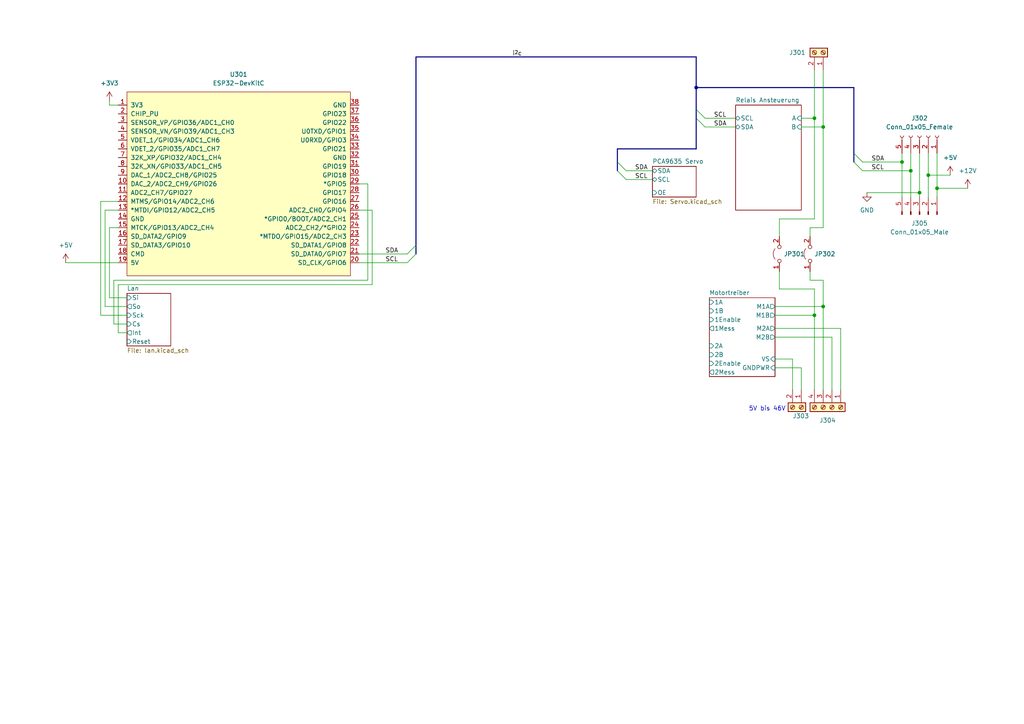
<source format=kicad_sch>
(kicad_sch (version 20211123) (generator eeschema)
  (paper "A4")
  (title_block (date "2022-03-14") (company "makerspace Bocholt"))
  (lib_symbols
    (symbol "Connector:Conn_01x05_Female" (pin_names (offset 1.016) hide)
      (property "Reference" "J" (at 0 7.62 0))
      (property "Value" "Conn_01x05_Female" (at 0 -7.62 0))
      (symbol "Conn_01x05_Female_1_1"
        (arc (start 0 -4.572) (mid -0.508 -5.08) (end 0 -5.588) (stroke (width 0.1524)))
        (arc (start 0 -2.032) (mid -0.508 -2.54) (end 0 -3.048) (stroke (width 0.1524)))
        (polyline (pts (xy -1.27 -5.08) (xy -0.508 -5.08)) (stroke (width 0.1524)))
        (polyline (pts (xy -1.27 -2.54) (xy -0.508 -2.54)) (stroke (width 0.1524)))
        (polyline (pts (xy -1.27 0) (xy -0.508 0)) (stroke (width 0.1524)))
        (polyline (pts (xy -1.27 2.54) (xy -0.508 2.54)) (stroke (width 0.1524)))
        (polyline (pts (xy -1.27 5.08) (xy -0.508 5.08)) (stroke (width 0.1524)))
        (arc (start 0 0.508) (mid -0.508 0) (end 0 -0.508) (stroke (width 0.1524)))
        (arc (start 0 3.048) (mid -0.508 2.54) (end 0 2.032) (stroke (width 0.1524)))
        (arc (start 0 5.588) (mid -0.508 5.08) (end 0 4.572) (stroke (width 0.1524)))
        (pin passive line (at -5.08 5.08 0) (length 3.81) (name "Pin_1") (number "1"))
        (pin passive line (at -5.08 2.54 0) (length 3.81) (name "Pin_2") (number "2"))
        (pin passive line (at -5.08 0 0) (length 3.81) (name "Pin_3") (number "3"))
        (pin passive line (at -5.08 -2.54 0) (length 3.81) (name "Pin_4") (number "4"))
        (pin passive line (at -5.08 -5.08 0) (length 3.81) (name "Pin_5") (number "5"))
      )
    )
    (symbol "Connector:Conn_01x05_Male" (pin_names (offset 1.016) hide)
      (property "Reference" "J" (at 0 7.62 0))
      (property "Value" "Conn_01x05_Male" (at 0 -7.62 0))
      (symbol "Conn_01x05_Male_1_1"
        (polyline (pts (xy 1.27 -5.08) (xy 0.8636 -5.08)) (stroke (width 0.1524)))
        (polyline (pts (xy 1.27 -2.54) (xy 0.8636 -2.54)) (stroke (width 0.1524)))
        (polyline (pts (xy 1.27 0) (xy 0.8636 0)) (stroke (width 0.1524)))
        (polyline (pts (xy 1.27 2.54) (xy 0.8636 2.54)) (stroke (width 0.1524)))
        (polyline (pts (xy 1.27 5.08) (xy 0.8636 5.08)) (stroke (width 0.1524)))
        (rectangle (start 0.8636 -4.953) (end 0 -5.207) (stroke (width 0.1524)) (fill (type outline)))
        (rectangle (start 0.8636 -2.413) (end 0 -2.667) (stroke (width 0.1524)) (fill (type outline)))
        (rectangle (start 0.8636 0.127) (end 0 -0.127) (stroke (width 0.1524)) (fill (type outline)))
        (rectangle (start 0.8636 2.667) (end 0 2.413) (stroke (width 0.1524)) (fill (type outline)))
        (rectangle (start 0.8636 5.207) (end 0 4.953) (stroke (width 0.1524)) (fill (type outline)))
        (pin passive line (at 5.08 5.08 180) (length 3.81) (name "Pin_1") (number "1"))
        (pin passive line (at 5.08 2.54 180) (length 3.81) (name "Pin_2") (number "2"))
        (pin passive line (at 5.08 0 180) (length 3.81) (name "Pin_3") (number "3"))
        (pin passive line (at 5.08 -2.54 180) (length 3.81) (name "Pin_4") (number "4"))
        (pin passive line (at 5.08 -5.08 180) (length 3.81) (name "Pin_5") (number "5"))
      )
    )
    (symbol "Connector:Screw_Terminal_01x02" (pin_names (offset 1.016) hide)
      (property "Reference" "J" (at 0 2.54 0))
      (property "Value" "Screw_Terminal_01x02" (at 0 -5.08 0))
      (symbol "Screw_Terminal_01x02_1_1"
        (rectangle (start -1.27 1.27) (end 1.27 -3.81) (stroke (width 0.254)) (fill (type background)))
        (circle (center 0 -2.54) (radius 0.635) (stroke (width 0.1524)))
        (polyline (pts (xy -0.5334 -2.2098) (xy 0.3302 -3.048)) (stroke (width 0.1524)))
        (polyline (pts (xy -0.5334 0.3302) (xy 0.3302 -0.508)) (stroke (width 0.1524)))
        (polyline (pts (xy -0.3556 -2.032) (xy 0.508 -2.8702)) (stroke (width 0.1524)))
        (polyline (pts (xy -0.3556 0.508) (xy 0.508 -0.3302)) (stroke (width 0.1524)))
        (circle (center 0 0) (radius 0.635) (stroke (width 0.1524)))
        (pin passive line (at -5.08 0 0) (length 3.81) (name "Pin_1") (number "1"))
        (pin passive line (at -5.08 -2.54 0) (length 3.81) (name "Pin_2") (number "2"))
      )
    )
    (symbol "Connector:Screw_Terminal_01x04" (pin_names (offset 1.016) hide)
      (property "Reference" "J" (at 0 5.08 0))
      (property "Value" "Screw_Terminal_01x04" (at 0 -7.62 0))
      (symbol "Screw_Terminal_01x04_1_1"
        (rectangle (start -1.27 3.81) (end 1.27 -6.35) (stroke (width 0.254)) (fill (type background)))
        (circle (center 0 -5.08) (radius 0.635) (stroke (width 0.1524)))
        (circle (center 0 -2.54) (radius 0.635) (stroke (width 0.1524)))
        (polyline (pts (xy -0.5334 -4.7498) (xy 0.3302 -5.588)) (stroke (width 0.1524)))
        (polyline (pts (xy -0.5334 -2.2098) (xy 0.3302 -3.048)) (stroke (width 0.1524)))
        (polyline (pts (xy -0.5334 0.3302) (xy 0.3302 -0.508)) (stroke (width 0.1524)))
        (polyline (pts (xy -0.5334 2.8702) (xy 0.3302 2.032)) (stroke (width 0.1524)))
        (polyline (pts (xy -0.3556 -4.572) (xy 0.508 -5.4102)) (stroke (width 0.1524)))
        (polyline (pts (xy -0.3556 -2.032) (xy 0.508 -2.8702)) (stroke (width 0.1524)))
        (polyline (pts (xy -0.3556 0.508) (xy 0.508 -0.3302)) (stroke (width 0.1524)))
        (polyline (pts (xy -0.3556 3.048) (xy 0.508 2.2098)) (stroke (width 0.1524)))
        (circle (center 0 0) (radius 0.635) (stroke (width 0.1524)))
        (circle (center 0 2.54) (radius 0.635) (stroke (width 0.1524)))
        (pin passive line (at -5.08 2.54 0) (length 3.81) (name "Pin_1") (number "1"))
        (pin passive line (at -5.08 0 0) (length 3.81) (name "Pin_2") (number "2"))
        (pin passive line (at -5.08 -2.54 0) (length 3.81) (name "Pin_3") (number "3"))
        (pin passive line (at -5.08 -5.08 0) (length 3.81) (name "Pin_4") (number "4"))
      )
    )
    (symbol "Espressif:ESP32-DevKitC" (pin_names (offset 1.016))
      (property "Reference" "U" (at -8.89 26.67 0))
      (property "Value" "ESP32-DevKitC" (at 0 -29.21 0))
      (symbol "ESP32-DevKitC_0_0"
        (pin power_in line (at -33.02 -11.43 0) (length 2.54) (name "GND") (number "14"))
        (pin power_in line (at -33.02 -24.13 0) (length 2.54) (name "5V") (number "19"))
      )
      (symbol "ESP32-DevKitC_0_1"
        (rectangle (start -30.48 25.4) (end 34.29 -27.94) (fill (type background)))
      )
      (symbol "ESP32-DevKitC_1_1"
        (pin power_in line (at -33.02 21.59 0) (length 2.54) (name "3V3") (number "1"))
        (pin bidirectional line (at -33.02 -1.27 0) (length 2.54) (name "DAC_2/ADC2_CH9/GPIO26") (number "10"))
        (pin bidirectional line (at -33.02 -3.81 0) (length 2.54) (name "ADC2_CH7/GPIO27") (number "11"))
        (pin bidirectional line (at -33.02 -6.35 0) (length 2.54) (name "MTMS/GPIO14/ADC2_CH6") (number "12"))
        (pin bidirectional line (at -33.02 -8.89 0) (length 2.54) (name "*MTDI/GPIO12/ADC2_CH5") (number "13"))
        (pin bidirectional line (at -33.02 -13.97 0) (length 2.54) (name "MTCK/GPIO13/ADC2_CH4") (number "15"))
        (pin bidirectional line (at -33.02 -16.51 0) (length 2.54) (name "SD_DATA2/GPIO9") (number "16"))
        (pin bidirectional line (at -33.02 -19.05 0) (length 2.54) (name "SD_DATA3/GPIO10") (number "17"))
        (pin bidirectional line (at -33.02 -21.59 0) (length 2.54) (name "CMD") (number "18"))
        (pin input line (at -33.02 19.05 0) (length 2.54) (name "CHIP_PU") (number "2"))
        (pin bidirectional line (at 36.83 -24.13 180) (length 2.54) (name "SD_CLK/GPIO6") (number "20"))
        (pin bidirectional line (at 36.83 -21.59 180) (length 2.54) (name "SD_DATA0/GPIO7") (number "21"))
        (pin bidirectional line (at 36.83 -19.05 180) (length 2.54) (name "SD_DATA1/GPIO8") (number "22"))
        (pin bidirectional line (at 36.83 -16.51 180) (length 2.54) (name "*MTDO/GPIO15/ADC2_CH3") (number "23"))
        (pin bidirectional line (at 36.83 -13.97 180) (length 2.54) (name "ADC2_CH2/*GPIO2") (number "24"))
        (pin bidirectional line (at 36.83 -11.43 180) (length 2.54) (name "*GPIO0/BOOT/ADC2_CH1") (number "25"))
        (pin bidirectional line (at 36.83 -8.89 180) (length 2.54) (name "ADC2_CH0/GPIO4") (number "26"))
        (pin bidirectional line (at 36.83 -6.35 180) (length 2.54) (name "GPIO16") (number "27"))
        (pin bidirectional line (at 36.83 -3.81 180) (length 2.54) (name "GPIO17") (number "28"))
        (pin bidirectional line (at 36.83 -1.27 180) (length 2.54) (name "*GPIO5") (number "29"))
        (pin input line (at -33.02 16.51 0) (length 2.54) (name "SENSOR_VP/GPIO36/ADC1_CH0") (number "3"))
        (pin bidirectional line (at 36.83 1.27 180) (length 2.54) (name "GPIO18") (number "30"))
        (pin bidirectional line (at 36.83 3.81 180) (length 2.54) (name "GPIO19") (number "31"))
        (pin power_in line (at 36.83 6.35 180) (length 2.54) (name "GND") (number "32"))
        (pin bidirectional line (at 36.83 8.89 180) (length 2.54) (name "GPIO21") (number "33"))
        (pin bidirectional line (at 36.83 11.43 180) (length 2.54) (name "U0RXD/GPIO3") (number "34"))
        (pin bidirectional line (at 36.83 13.97 180) (length 2.54) (name "U0TXD/GPIO1") (number "35"))
        (pin bidirectional line (at 36.83 16.51 180) (length 2.54) (name "GPIO22") (number "36"))
        (pin bidirectional line (at 36.83 19.05 180) (length 2.54) (name "GPIO23") (number "37"))
        (pin power_in line (at 36.83 21.59 180) (length 2.54) (name "GND") (number "38"))
        (pin input line (at -33.02 13.97 0) (length 2.54) (name "SENSOR_VN/GPIO39/ADC1_CH3") (number "4"))
        (pin input line (at -33.02 11.43 0) (length 2.54) (name "VDET_1/GPIO34/ADC1_CH6") (number "5"))
        (pin input line (at -33.02 8.89 0) (length 2.54) (name "VDET_2/GPIO35/ADC1_CH7") (number "6"))
        (pin bidirectional line (at -33.02 6.35 0) (length 2.54) (name "32K_XP/GPIO32/ADC1_CH4") (number "7"))
        (pin bidirectional line (at -33.02 3.81 0) (length 2.54) (name "32K_XN/GPIO33/ADC1_CH5") (number "8"))
        (pin bidirectional line (at -33.02 1.27 0) (length 2.54) (name "DAC_1/ADC2_CH8/GPIO25") (number "9"))
      )
    )
    (symbol "Jumper:Jumper_2_Open" (pin_names (offset 0) hide)
      (property "Reference" "JP" (at 0 2.794 0))
      (property "Value" "Jumper_2_Open" (at 0 -2.286 0))
      (symbol "Jumper_2_Open_0_0"
        (circle (center -2.032 0) (radius 0.508))
        (circle (center 2.032 0) (radius 0.508))
      )
      (symbol "Jumper_2_Open_0_1"
        (arc (start 1.524 1.27) (mid 0 1.778) (end -1.524 1.27))
      )
      (symbol "Jumper_2_Open_1_1"
        (pin passive line (at -5.08 0 0) (length 2.54) (name "A") (number "1"))
        (pin passive line (at 5.08 0 180) (length 2.54) (name "B") (number "2"))
      )
    )
    (symbol "power:+12V" (power) (pin_names (offset 0))
      (property "Value" "+12V" (at 0 3.556 0))
      (symbol "+12V_0_1"
        (polyline (pts (xy -0.762 1.27) (xy 0 2.54)))
        (polyline (pts (xy 0 0) (xy 0 2.54)))
        (polyline (pts (xy 0 2.54) (xy 0.762 1.27)))
      )
      (symbol "+12V_1_1"
        (pin power_in line (at 0 0 90) (length 0) hide (name "+12V") (number "1"))
      )
    )
    (symbol "power:+3.3V" (power) (pin_names (offset 0))
      (property "Value" "+3.3V" (at 0 3.556 0))
      (symbol "+3.3V_0_1"
        (polyline (pts (xy -0.762 1.27) (xy 0 2.54)))
        (polyline (pts (xy 0 0) (xy 0 2.54)))
        (polyline (pts (xy 0 2.54) (xy 0.762 1.27)))
      )
      (symbol "+3.3V_1_1"
        (pin power_in line (at 0 0 90) (length 0) hide (name "+3V3") (number "1"))
      )
    )
    (symbol "power:+5V" (power) (pin_names (offset 0))
      (property "Value" "+5V" (at 0 3.556 0))
      (symbol "+5V_0_1"
        (polyline (pts (xy -0.762 1.27) (xy 0 2.54)))
        (polyline (pts (xy 0 0) (xy 0 2.54)))
        (polyline (pts (xy 0 2.54) (xy 0.762 1.27)))
      )
      (symbol "+5V_1_1"
        (pin power_in line (at 0 0 90) (length 0) hide (name "+5V") (number "1"))
      )
    )
    (symbol "power:GND" (power) (pin_names (offset 0))
      (property "Value" "GND" (at 0 -3.81 0))
      (symbol "GND_0_1"
        (polyline (pts (xy 0 0) (xy 0 -1.27) (xy 1.27 -1.27) (xy 0 -2.54) (xy -1.27 -1.27) (xy 0 -1.27)))
      )
      (symbol "GND_1_1"
        (pin power_in line (at 0 0 270) (length 0) hide (name "GND") (number "1"))
      )
    )
  )
  (junction (at 238.76 88.9))
  (junction (at 264.16 49.53))
  (junction (at 238.76 36.83))
  (junction (at 271.78 54.61))
  (junction (at 236.22 91.44))
  (junction (at 266.7 55.88))
  (junction (at 201.93 25.4))
  (junction (at 261.62 46.99))
  (junction (at 236.22 34.29))
  (junction (at 269.24 50.8))
  (bus_entry (at 118.11 73.66) (size 2.54 -2.54))
  (bus_entry (at 118.11 76.2) (size 2.54 -2.54))
  (bus_entry (at 201.93 31.75) (size 2.54 2.54))
  (bus_entry (at 201.93 34.29) (size 2.54 2.54))
  (bus_entry (at 179.07 49.53) (size 2.54 2.54))
  (bus_entry (at 179.07 46.99) (size 2.54 2.54))
  (bus_entry (at 247.65 46.99) (size 2.54 2.54))
  (bus_entry (at 247.65 44.45) (size 2.54 2.54))
  (wire (pts (xy 236.22 20.32) (xy 236.22 34.29)))
  (wire (pts (xy 232.41 113.03) (xy 232.41 106.68)))
  (wire (pts (xy 34.29 82.55) (xy 34.29 96.52)))
  (wire (pts (xy 36.83 86.36) (xy 31.75 86.36)))
  (wire (pts (xy 36.83 91.44) (xy 29.21 91.44)))
  (wire (pts (xy 269.24 44.45) (xy 269.24 50.8)))
  (bus (pts (xy 179.07 46.99) (xy 179.07 49.53)))
  (wire (pts (xy 224.79 97.79) (xy 241.3 97.79)))
  (bus (pts (xy 201.93 25.4) (xy 247.65 25.4)))
  (wire (pts (xy 181.61 52.07) (xy 189.23 52.07)))
  (wire (pts (xy 238.76 81.28) (xy 238.76 88.9)))
  (wire (pts (xy 31.75 66.04) (xy 34.29 66.04)))
  (wire (pts (xy 30.48 60.96) (xy 30.48 88.9)))
  (wire (pts (xy 238.76 88.9) (xy 238.76 113.03)))
  (wire (pts (xy 236.22 83.82) (xy 236.22 91.44)))
  (bus (pts (xy 179.07 43.18) (xy 179.07 46.99)))
  (wire (pts (xy 31.75 66.04) (xy 31.75 86.36)))
  (wire (pts (xy 264.16 49.53) (xy 264.16 57.15)))
  (wire (pts (xy 104.14 60.96) (xy 107.95 60.96)))
  (wire (pts (xy 224.79 88.9) (xy 238.76 88.9)))
  (wire (pts (xy 31.75 29.21) (xy 31.75 30.48)))
  (wire (pts (xy 261.62 46.99) (xy 261.62 57.15)))
  (wire (pts (xy 30.48 60.96) (xy 34.29 60.96)))
  (wire (pts (xy 236.22 91.44) (xy 236.22 113.03)))
  (wire (pts (xy 226.06 78.74) (xy 226.06 83.82)))
  (wire (pts (xy 250.19 49.53) (xy 264.16 49.53)))
  (wire (pts (xy 19.05 76.2) (xy 34.29 76.2)))
  (wire (pts (xy 229.87 113.03) (xy 229.87 104.14)))
  (bus (pts (xy 120.65 71.12) (xy 120.65 73.66)))
  (bus (pts (xy 247.65 25.4) (xy 247.65 44.45)))
  (wire (pts (xy 271.78 54.61) (xy 280.67 54.61)))
  (wire (pts (xy 251.46 55.88) (xy 266.7 55.88)))
  (wire (pts (xy 224.79 95.25) (xy 243.84 95.25)))
  (wire (pts (xy 238.76 20.32) (xy 238.76 36.83)))
  (wire (pts (xy 33.02 93.98) (xy 36.83 93.98)))
  (wire (pts (xy 271.78 44.45) (xy 271.78 54.61)))
  (wire (pts (xy 104.14 53.34) (xy 106.68 53.34)))
  (wire (pts (xy 266.7 55.88) (xy 266.7 57.15)))
  (wire (pts (xy 232.41 36.83) (xy 238.76 36.83)))
  (wire (pts (xy 33.02 81.28) (xy 33.02 93.98)))
  (bus (pts (xy 247.65 44.45) (xy 247.65 46.99)))
  (wire (pts (xy 31.75 30.48) (xy 34.29 30.48)))
  (wire (pts (xy 234.95 78.74) (xy 234.95 81.28)))
  (bus (pts (xy 201.93 34.29) (xy 201.93 43.18)))
  (wire (pts (xy 29.21 58.42) (xy 34.29 58.42)))
  (wire (pts (xy 234.95 66.04) (xy 234.95 68.58)))
  (bus (pts (xy 120.65 16.51) (xy 120.65 71.12)))
  (wire (pts (xy 269.24 50.8) (xy 269.24 57.15)))
  (wire (pts (xy 264.16 44.45) (xy 264.16 49.53)))
  (wire (pts (xy 238.76 36.83) (xy 238.76 66.04)))
  (wire (pts (xy 107.95 82.55) (xy 34.29 82.55)))
  (wire (pts (xy 269.24 50.8) (xy 275.59 50.8)))
  (wire (pts (xy 266.7 44.45) (xy 266.7 55.88)))
  (wire (pts (xy 271.78 54.61) (xy 271.78 57.15)))
  (wire (pts (xy 261.62 44.45) (xy 261.62 46.99)))
  (bus (pts (xy 201.93 43.18) (xy 179.07 43.18)))
  (wire (pts (xy 204.47 36.83) (xy 213.36 36.83)))
  (wire (pts (xy 250.19 46.99) (xy 261.62 46.99)))
  (wire (pts (xy 34.29 96.52) (xy 36.83 96.52)))
  (wire (pts (xy 104.14 76.2) (xy 118.11 76.2)))
  (wire (pts (xy 104.14 73.66) (xy 118.11 73.66)))
  (wire (pts (xy 229.87 104.14) (xy 224.79 104.14)))
  (bus (pts (xy 120.65 16.51) (xy 201.93 16.51)))
  (wire (pts (xy 181.61 49.53) (xy 189.23 49.53)))
  (wire (pts (xy 226.06 83.82) (xy 236.22 83.82)))
  (wire (pts (xy 29.21 91.44) (xy 29.21 58.42)))
  (wire (pts (xy 226.06 63.5) (xy 226.06 68.58)))
  (wire (pts (xy 232.41 106.68) (xy 224.79 106.68)))
  (wire (pts (xy 238.76 66.04) (xy 234.95 66.04)))
  (wire (pts (xy 234.95 81.28) (xy 238.76 81.28)))
  (wire (pts (xy 232.41 34.29) (xy 236.22 34.29)))
  (bus (pts (xy 201.93 25.4) (xy 201.93 31.75)))
  (bus (pts (xy 201.93 16.51) (xy 201.93 25.4)))
  (wire (pts (xy 224.79 91.44) (xy 236.22 91.44)))
  (wire (pts (xy 36.83 88.9) (xy 30.48 88.9)))
  (wire (pts (xy 241.3 97.79) (xy 241.3 113.03)))
  (wire (pts (xy 243.84 95.25) (xy 243.84 113.03)))
  (wire (pts (xy 107.95 60.96) (xy 107.95 82.55)))
  (wire (pts (xy 236.22 34.29) (xy 236.22 63.5)))
  (wire (pts (xy 106.68 53.34) (xy 106.68 81.28)))
  (wire (pts (xy 106.68 81.28) (xy 33.02 81.28)))
  (wire (pts (xy 204.47 34.29) (xy 213.36 34.29)))
  (wire (pts (xy 236.22 63.5) (xy 226.06 63.5)))
  (bus (pts (xy 201.93 34.29) (xy 201.93 31.75)))
  (text "5V bis 46V" (at 217.17 119.38 0) (effects (font (size 1.27 1.27)) (justify left bottom)))
  (label "SDA" (at 111.76 73.66 0))
  (label "SDA" (at 207.01 36.83 0))
  (label "SCL" (at 184.15 52.07 0))
  (label "SDA" (at 184.15 49.53 0))
  (label "i^{2}c" (at 148.59 16.51 0))
  (label "SCL" (at 111.76 76.2 0))
  (label "SDA" (at 252.73 46.99 0))
  (label "SCL" (at 252.73 49.53 0))
  (label "SCL" (at 207.01 34.29 0))
  (symbol (lib_id "Connector:Screw_Terminal_01x04") (at 241.3 118.11 270) (unit 1)
    (property "Reference" "J304" (at 240.03 121.92 90))
    (property "Value" "Screw_Terminal_01x04" (effects hide))
    (property "Footprint" "TerminalBlock_Phoenix:TerminalBlock_Phoenix_MKDS-1,5-4-5.08_1x04_P5.08mm_Horizontal" (effects hide))
  )
  (symbol (lib_id "power:GND") (at 251.46 55.88 0) (unit 1)
    (property "Reference" "#PWR0302" (effects hide))
    (property "Value" "GND" (at 251.46 60.96 0))
  )
  (symbol (lib_id "Connector:Screw_Terminal_01x02") (at 232.41 118.11 270) (unit 1)
    (property "Reference" "J303" (at 229.87 120.65 90) (effects (justify left)))
    (property "Value" "Screw_Terminal_01x02" (effects hide))
    (property "Footprint" "TerminalBlock_Phoenix:TerminalBlock_Phoenix_MKDS-1,5-2-5.08_1x02_P5.08mm_Horizontal" (effects hide))
  )
  (symbol (lib_id "Espressif:ESP32-DevKitC") (at 67.31 52.07 0) (unit 1)
    (property "Reference" "U301" (at 69.215 21.59 0))
    (property "Value" "ESP32-DevKitC" (at 69.215 24.13 0))
    (property "Footprint" "Espressif:ESP32-DevKitC" (effects hide))
    (property "Datasheet" "https://docs.espressif.com/projects/esp-idf/zh_CN/latest/esp32/hw-reference/esp32/get-started-devkitc.html" (effects hide))
  )
  (symbol (lib_id "Jumper:Jumper_2_Open") (at 234.95 73.66 90) (unit 1)
    (property "Reference" "JP302" (at 236.22 73.6599 90) (effects (justify right)))
    (property "Value" "Jumper_2_Open" (effects hide))
    (property "Footprint" "Resistor_THT:R_Axial_DIN0207_L6.3mm_D2.5mm_P10.16mm_Horizontal" (effects hide))
  )
  (symbol (lib_id "Jumper:Jumper_2_Open") (at 226.06 73.66 90) (unit 1)
    (property "Reference" "JP301" (at 227.33 73.6599 90) (effects (justify right)))
    (property "Value" "Jumper_2_Open" (effects hide))
    (property "Footprint" "Resistor_THT:R_Axial_DIN0207_L6.3mm_D2.5mm_P10.16mm_Horizontal" (effects hide))
  )
  (symbol (lib_id "power:+12V") (at 280.67 54.61 0) (unit 1)
    (property "Reference" "#PWR0304" (effects hide))
    (property "Value" "+12V" (at 280.67 49.53 0))
  )
  (symbol (lib_id "power:+5V") (at 19.05 76.2 0) (unit 1)
    (property "Reference" "#PWR0103" (effects hide))
    (property "Value" "+5V" (at 19.05 71.12 0))
  )
  (symbol (lib_id "Connector:Screw_Terminal_01x02") (at 238.76 15.24 270) (mirror x) (unit 1)
    (property "Reference" "J301" (at 233.68 15.2399 90) (effects (justify right)))
    (property "Value" "Screw_Terminal_01x02" (effects hide))
    (property "Footprint" "TerminalBlock_Phoenix:TerminalBlock_Phoenix_MKDS-1,5-2-5.08_1x02_P5.08mm_Horizontal" (effects hide))
  )
  (symbol (lib_id "Connector:Conn_01x05_Male") (at 266.7 62.23 270) (mirror x) (unit 1)
    (property "Reference" "J305" (at 266.7 64.77 90))
    (property "Value" "Conn_01x05_Male" (at 266.7 67.31 90))
    (property "Footprint" "Connector_PinHeader_2.54mm:PinHeader_1x05_P2.54mm_Horizontal" (effects hide))
  )
  (symbol (lib_id "power:+5V") (at 275.59 50.8 0) (unit 1)
    (property "Reference" "#PWR0303" (effects hide))
    (property "Value" "+5V" (at 275.59 45.72 0))
  )
  (symbol (lib_id "Connector:Conn_01x05_Female") (at 266.7 39.37 270) (mirror x) (unit 1)
    (property "Reference" "J302" (at 266.7 34.29 90))
    (property "Value" "Conn_01x05_Female" (at 266.7 36.83 90))
    (property "Footprint" "Connector_PinSocket_2.54mm:PinSocket_1x05_P2.54mm_Horizontal" (effects hide))
  )
  (symbol (lib_id "power:+3.3V") (at 31.75 29.21 0) (unit 1)
    (property "Reference" "#PWR0301" (effects hide))
    (property "Value" "+3.3V" (at 31.75 24.13 0))
  )
  (sheet (at 205.74 86.36) (size 19.05 22.86) (stroke (width 0.1524))
    (property "Sheet name" "Motortreiber" (at 205.74 85.6484 0) (effects (justify left bottom)))
    (property "Sheet file" "motortreiber.kicad_sch" (effects hide))
    (pin "M1B" output (at 224.79 91.44 0))
    (pin "M1A" output (at 224.79 88.9 0))
    (pin "M2B" output (at 224.79 97.79 0))
    (pin "M2A" output (at 224.79 95.25 0))
    (pin "1Enable" input (at 205.74 92.71 180))
    (pin "1B" input (at 205.74 90.17 180))
    (pin "1A" input (at 205.74 87.63 180))
    (pin "2Enable" input (at 205.74 105.41 180))
    (pin "2A" input (at 205.74 100.33 180))
    (pin "2B" input (at 205.74 102.87 180))
    (pin "2Mess" output (at 205.74 107.95 180))
    (pin "1Mess" output (at 205.74 95.25 180))
    (pin "VS" input (at 224.79 104.14 0))
    (pin "GNDPWR" input (at 224.79 106.68 0))
  )
  (sheet (at 189.23 48.26) (size 12.7 8.89) (stroke (width 0.1524))
    (property "Sheet name" "PCA9635 Servo" (at 189.23 47.5484 0) (effects (justify left bottom)))
    (property "Sheet file" "Servo.kicad_sch" (at 189.23 57.7346 0) (effects (justify left top)))
    (pin "OE" input (at 189.23 55.88 180))
    (pin "SDA" bidirectional (at 189.23 49.53 180))
    (pin "SCL" bidirectional (at 189.23 52.07 180))
  )
  (sheet (at 36.83 85.09) (size 12.7 15.24) (stroke (width 0.1524))
    (property "Sheet name" "Lan" (at 36.83 84.3784 0) (effects (justify left bottom)))
    (property "Sheet file" "lan.kicad_sch" (at 36.83 100.9146 0) (effects (justify left top)))
    (pin "Si" input (at 36.83 86.36 180))
    (pin "So" output (at 36.83 88.9 180))
    (pin "Sck" input (at 36.83 91.44 180))
    (pin "Cs" input (at 36.83 93.98 180))
    (pin "Int" output (at 36.83 96.52 180))
    (pin "Reset" input (at 36.83 99.06 180))
  )
  (sheet (at 213.36 30.48) (size 19.05 30.48) (stroke (width 0.1524))
    (property "Sheet name" "Relais Ansteuerung" (at 213.36 29.7684 0) (effects (justify left bottom)))
    (property "Sheet file" "RelaisAnsteuerung.kicad_sch" (effects hide))
    (pin "SDA" bidirectional (at 213.36 36.83 180))
    (pin "A" input (at 232.41 34.29 0))
    (pin "B" input (at 232.41 36.83 0))
    (pin "SCL" bidirectional (at 213.36 34.29 180))
  )
)
</source>
